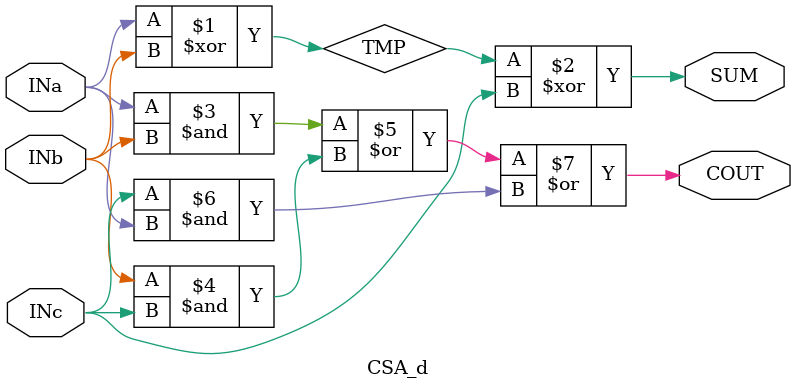
<source format=v>

`define del 1

module CSA15 (/* IN  */ INa, INb, INc,
              /* OUT */ SOUT, COUT);

input  [15:1] INa, INb, INc;
output [15:1] SOUT;
output [16:2] COUT;

CSA_d  b1( INa[1],  INb[1],  INc[1],  SOUT[1],  COUT[2] );
CSA_d  b2( INa[2],  INb[2],  INc[2],  SOUT[2],  COUT[3] );
CSA_d  b3( INa[3],  INb[3],  INc[3],  SOUT[3],  COUT[4] );
CSA_d  b4( INa[4],  INb[4],  INc[4],  SOUT[4],  COUT[5] );
CSA_d  b5( INa[5],  INb[5],  INc[5],  SOUT[5],  COUT[6] );
CSA_d  b6( INa[6],  INb[6],  INc[6],  SOUT[6],  COUT[7] );
CSA_d  b7( INa[7],  INb[7],  INc[7],  SOUT[7],  COUT[8] );
CSA_d  b8( INa[8],  INb[8],  INc[8],  SOUT[8],  COUT[9] );
CSA_d  b9( INa[9],  INb[9],  INc[9],  SOUT[9], COUT[10] );
CSA_d b10(INa[10], INb[10], INc[10], SOUT[10], COUT[11] );
CSA_d b11(INa[11], INb[11], INc[11], SOUT[11], COUT[12] );
CSA_d b12(INa[12], INb[12], INc[12], SOUT[12], COUT[13] );
CSA_d b13(INa[13], INb[13], INc[13], SOUT[13], COUT[14] );
CSA_d b14(INa[14], INb[14], INc[14], SOUT[14], COUT[15] );
CSA_d b15(INa[15], INb[15], INc[15], SOUT[15], COUT[16] );

endmodule

module CSA_d (/* IN  */ INa, INb, INc,
              /* OUT */ SUM, COUT);

input  INa, INb, INc;
output SUM, COUT;

wire TMP;
assign TMP  = INa^ INb;
assign SUM  = TMP ^ INc;
assign COUT = (INa & INb) | (INb & INc) | (INc & INa);

endmodule

</source>
